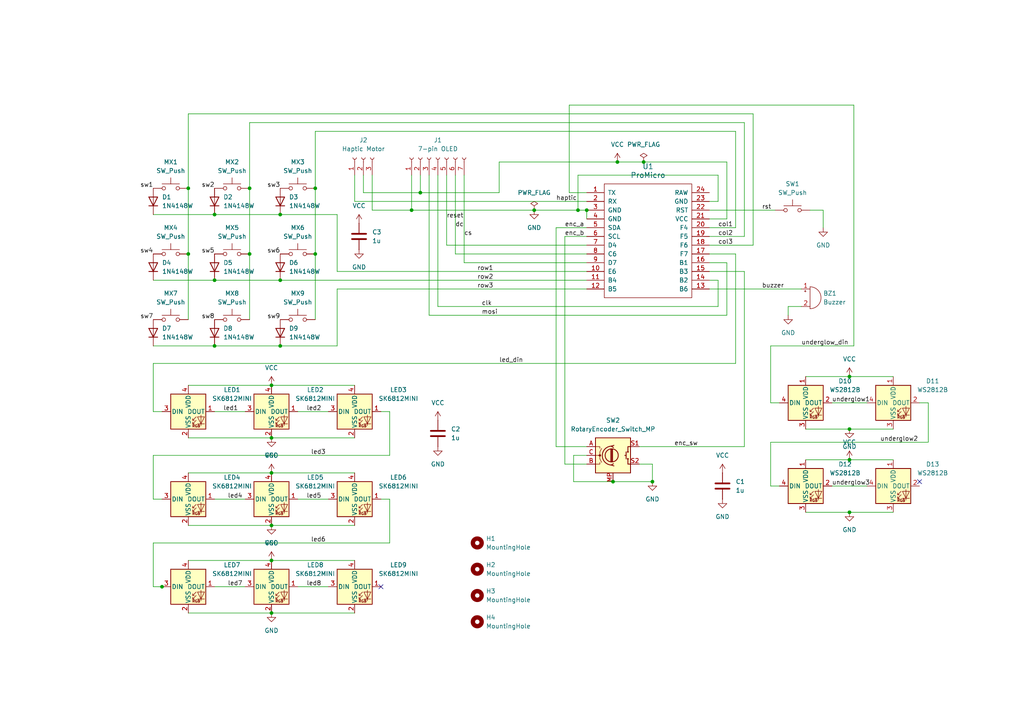
<source format=kicad_sch>
(kicad_sch (version 20231120) (generator "eeschema") (generator_version "8.0")
  (paper "A4")
  (lib_symbols
    (symbol "Connector:Conn_01x03_Socket" (pin_names (offset 1.016) hide)
      (property "Reference" "J" (at 0 5.08 0))
      (property "Value" "Conn_01x03_Socket" (at 0 -5.08 0))
      (symbol "Conn_01x03_Socket_1_1"
        (arc (start 0 -2.032) (mid -0.5058 -2.54) (end 0 -3.048) (stroke (width 0.1524)))
        (polyline (pts (xy -1.27 -2.54) (xy -0.508 -2.54)) (stroke (width 0.1524)))
        (polyline (pts (xy -1.27 0) (xy -0.508 0)) (stroke (width 0.1524)))
        (polyline (pts (xy -1.27 2.54) (xy -0.508 2.54)) (stroke (width 0.1524)))
        (arc (start 0 0.508) (mid -0.5058 0) (end 0 -0.508) (stroke (width 0.1524)))
        (arc (start 0 3.048) (mid -0.5058 2.54) (end 0 2.032) (stroke (width 0.1524)))
        (pin passive line (at -5.08 2.54 0) (length 3.81) (name "Pin_1") (number "1"))
        (pin passive line (at -5.08 0 0) (length 3.81) (name "Pin_2") (number "2"))
        (pin passive line (at -5.08 -2.54 0) (length 3.81) (name "Pin_3") (number "3"))
      )
    )
    (symbol "Connector:Conn_01x07_Socket" (pin_names (offset 1.016) hide)
      (property "Reference" "J" (at 0 10.16 0))
      (property "Value" "Conn_01x07_Socket" (at 0 -10.16 0))
      (symbol "Conn_01x07_Socket_1_1"
        (arc (start 0 -7.112) (mid -0.5058 -7.62) (end 0 -8.128) (stroke (width 0.1524)))
        (arc (start 0 -4.572) (mid -0.5058 -5.08) (end 0 -5.588) (stroke (width 0.1524)))
        (arc (start 0 -2.032) (mid -0.5058 -2.54) (end 0 -3.048) (stroke (width 0.1524)))
        (polyline (pts (xy -1.27 -7.62) (xy -0.508 -7.62)) (stroke (width 0.1524)))
        (polyline (pts (xy -1.27 -5.08) (xy -0.508 -5.08)) (stroke (width 0.1524)))
        (polyline (pts (xy -1.27 -2.54) (xy -0.508 -2.54)) (stroke (width 0.1524)))
        (polyline (pts (xy -1.27 0) (xy -0.508 0)) (stroke (width 0.1524)))
        (polyline (pts (xy -1.27 2.54) (xy -0.508 2.54)) (stroke (width 0.1524)))
        (polyline (pts (xy -1.27 5.08) (xy -0.508 5.08)) (stroke (width 0.1524)))
        (polyline (pts (xy -1.27 7.62) (xy -0.508 7.62)) (stroke (width 0.1524)))
        (arc (start 0 0.508) (mid -0.5058 0) (end 0 -0.508) (stroke (width 0.1524)))
        (arc (start 0 3.048) (mid -0.5058 2.54) (end 0 2.032) (stroke (width 0.1524)))
        (arc (start 0 5.588) (mid -0.5058 5.08) (end 0 4.572) (stroke (width 0.1524)))
        (arc (start 0 8.128) (mid -0.5058 7.62) (end 0 7.112) (stroke (width 0.1524)))
        (pin passive line (at -5.08 7.62 0) (length 3.81) (name "Pin_1") (number "1"))
        (pin passive line (at -5.08 5.08 0) (length 3.81) (name "Pin_2") (number "2"))
        (pin passive line (at -5.08 2.54 0) (length 3.81) (name "Pin_3") (number "3"))
        (pin passive line (at -5.08 0 0) (length 3.81) (name "Pin_4") (number "4"))
        (pin passive line (at -5.08 -2.54 0) (length 3.81) (name "Pin_5") (number "5"))
        (pin passive line (at -5.08 -5.08 0) (length 3.81) (name "Pin_6") (number "6"))
        (pin passive line (at -5.08 -7.62 0) (length 3.81) (name "Pin_7") (number "7"))
      )
    )
    (symbol "Device:Buzzer" (pin_names (offset 0.0254) hide)
      (property "Reference" "BZ" (at 3.81 1.27 0))
      (property "Value" "Buzzer" (at 3.81 -1.27 0))
      (symbol "Buzzer_0_1"
        (arc (start 0 -3.175) (mid 3.1612 0) (end 0 3.175))
        (polyline (pts (xy -1.651 1.905) (xy -1.143 1.905)))
        (polyline (pts (xy -1.397 2.159) (xy -1.397 1.651)))
        (polyline (pts (xy 0 3.175) (xy 0 -3.175)))
      )
      (symbol "Buzzer_1_1"
        (pin passive line (at -2.54 2.54 0) (length 2.54) (name "+") (number "1"))
        (pin passive line (at -2.54 -2.54 0) (length 2.54) (name "-") (number "2"))
      )
    )
    (symbol "Device:C" (pin_numbers hide) (pin_names (offset 0.254))
      (property "Reference" "C" (at 0.635 2.54 0))
      (property "Value" "C" (at 0.635 -2.54 0))
      (symbol "C_0_1"
        (polyline (pts (xy -2.032 -0.762) (xy 2.032 -0.762)) (stroke (width 0.508)))
        (polyline (pts (xy -2.032 0.762) (xy 2.032 0.762)) (stroke (width 0.508)))
      )
      (symbol "C_1_1"
        (pin passive line (at 0 3.81 270) (length 2.794) (name "~") (number "1"))
        (pin passive line (at 0 -3.81 90) (length 2.794) (name "~") (number "2"))
      )
    )
    (symbol "Device:RotaryEncoder_Switch_MP" (pin_names (offset 0.254) hide)
      (property "Reference" "SW" (at 0 8.89 0))
      (property "Value" "RotaryEncoder_Switch_MP" (at 0 6.35 0))
      (symbol "RotaryEncoder_Switch_MP_0_1"
        (rectangle (start -5.08 5.08) (end 5.08 -5.08) (stroke (width 0.254)) (fill (type background)))
        (circle (center -3.81 0) (radius 0.254) (fill (type outline)))
        (circle (center -0.381 0) (radius 1.905) (stroke (width 0.254)))
        (arc (start -0.381 2.667) (mid -3.0988 -0.0635) (end -0.381 -2.794) (stroke (width 0.254)))
        (polyline (pts (xy -0.635 -1.778) (xy -0.635 1.778)) (stroke (width 0.254)))
        (polyline (pts (xy -0.381 -1.778) (xy -0.381 1.778)) (stroke (width 0.254)))
        (polyline (pts (xy -0.127 1.778) (xy -0.127 -1.778)) (stroke (width 0.254)))
        (polyline (pts (xy 3.81 0) (xy 3.429 0)) (stroke (width 0.254)))
        (polyline (pts (xy 3.81 1.016) (xy 3.81 -1.016)) (stroke (width 0.254)))
        (polyline (pts (xy -5.08 -2.54) (xy -3.81 -2.54) (xy -3.81 -2.032)))
        (polyline (pts (xy -5.08 2.54) (xy -3.81 2.54) (xy -3.81 2.032)))
        (polyline (pts (xy 0.254 -3.048) (xy -0.508 -2.794) (xy 0.127 -2.413)) (stroke (width 0.254)))
        (polyline (pts (xy 0.254 2.921) (xy -0.508 2.667) (xy 0.127 2.286)) (stroke (width 0.254)))
        (polyline (pts (xy 5.08 -2.54) (xy 4.318 -2.54) (xy 4.318 -1.016)) (stroke (width 0.254)))
        (polyline (pts (xy 5.08 2.54) (xy 4.318 2.54) (xy 4.318 1.016)) (stroke (width 0.254)))
        (polyline (pts (xy -5.08 0) (xy -3.81 0) (xy -3.81 -1.016) (xy -3.302 -2.032)))
        (polyline (pts (xy -4.318 0) (xy -3.81 0) (xy -3.81 1.016) (xy -3.302 2.032)))
        (circle (center 4.318 -1.016) (radius 0.127) (stroke (width 0.254)))
        (circle (center 4.318 1.016) (radius 0.127) (stroke (width 0.254)))
      )
      (symbol "RotaryEncoder_Switch_MP_1_1"
        (pin passive line (at -7.62 2.54 0) (length 2.54) (name "A") (number "A"))
        (pin passive line (at -7.62 -2.54 0) (length 2.54) (name "B") (number "B"))
        (pin passive line (at -7.62 0 0) (length 2.54) (name "C") (number "C"))
        (pin passive line (at 0 -7.62 90) (length 2.54) (name "MP") (number "MP"))
        (pin passive line (at 7.62 2.54 180) (length 2.54) (name "S1") (number "S1"))
        (pin passive line (at 7.62 -2.54 180) (length 2.54) (name "S2") (number "S2"))
      )
    )
    (symbol "Diode:1N4148W" (pin_numbers hide) (pin_names hide)
      (property "Reference" "D" (at 0 2.54 0))
      (property "Value" "1N4148W" (at 0 -2.54 0))
      (symbol "1N4148W_0_1"
        (polyline (pts (xy -1.27 1.27) (xy -1.27 -1.27)) (stroke (width 0.254)))
        (polyline (pts (xy 1.27 0) (xy -1.27 0)))
        (polyline (pts (xy 1.27 1.27) (xy 1.27 -1.27) (xy -1.27 0) (xy 1.27 1.27)) (stroke (width 0.254)))
      )
      (symbol "1N4148W_1_1"
        (pin passive line (at -3.81 0 0) (length 2.54) (name "K") (number "1"))
        (pin passive line (at 3.81 0 180) (length 2.54) (name "A") (number "2"))
      )
    )
    (symbol "LED:SK6812MINI" (pin_names (offset 0.254))
      (property "Reference" "D" (at 5.08 5.715 0))
      (property "Value" "SK6812MINI" (at 1.27 -5.715 0))
      (symbol "SK6812MINI_0_0"
        (text "RGB" (at 2.286 -4.191 0) (effects (font (size 0.762 0.762))))
      )
      (symbol "SK6812MINI_0_1"
        (polyline (pts (xy 1.27 -3.556) (xy 1.778 -3.556)))
        (polyline (pts (xy 1.27 -2.54) (xy 1.778 -2.54)))
        (polyline (pts (xy 4.699 -3.556) (xy 2.667 -3.556)))
        (polyline (pts (xy 2.286 -2.54) (xy 1.27 -3.556) (xy 1.27 -3.048)))
        (polyline (pts (xy 2.286 -1.524) (xy 1.27 -2.54) (xy 1.27 -2.032)))
        (polyline (pts (xy 3.683 -1.016) (xy 3.683 -3.556) (xy 3.683 -4.064)))
        (polyline (pts (xy 4.699 -1.524) (xy 2.667 -1.524) (xy 3.683 -3.556) (xy 4.699 -1.524)))
        (rectangle (start 5.08 5.08) (end -5.08 -5.08) (stroke (width 0.254)) (fill (type background)))
      )
      (symbol "SK6812MINI_1_1"
        (pin output line (at 7.62 0 180) (length 2.54) (name "DOUT") (number "1"))
        (pin power_in line (at 0 -7.62 90) (length 2.54) (name "VSS") (number "2"))
        (pin input line (at -7.62 0 0) (length 2.54) (name "DIN") (number "3"))
        (pin power_in line (at 0 7.62 270) (length 2.54) (name "VDD") (number "4"))
      )
    )
    (symbol "LED:WS2812B" (pin_names (offset 0.254))
      (property "Reference" "D" (at 5.08 5.715 0))
      (property "Value" "WS2812B" (at 1.27 -5.715 0))
      (symbol "WS2812B_0_0"
        (text "RGB" (at 2.286 -4.191 0) (effects (font (size 0.762 0.762))))
      )
      (symbol "WS2812B_0_1"
        (polyline (pts (xy 1.27 -3.556) (xy 1.778 -3.556)))
        (polyline (pts (xy 1.27 -2.54) (xy 1.778 -2.54)))
        (polyline (pts (xy 4.699 -3.556) (xy 2.667 -3.556)))
        (polyline (pts (xy 2.286 -2.54) (xy 1.27 -3.556) (xy 1.27 -3.048)))
        (polyline (pts (xy 2.286 -1.524) (xy 1.27 -2.54) (xy 1.27 -2.032)))
        (polyline (pts (xy 3.683 -1.016) (xy 3.683 -3.556) (xy 3.683 -4.064)))
        (polyline (pts (xy 4.699 -1.524) (xy 2.667 -1.524) (xy 3.683 -3.556) (xy 4.699 -1.524)))
        (rectangle (start 5.08 5.08) (end -5.08 -5.08) (stroke (width 0.254)) (fill (type background)))
      )
      (symbol "WS2812B_1_1"
        (pin power_in line (at 0 7.62 270) (length 2.54) (name "VDD") (number "1"))
        (pin output line (at 7.62 0 180) (length 2.54) (name "DOUT") (number "2"))
        (pin power_in line (at 0 -7.62 90) (length 2.54) (name "VSS") (number "3"))
        (pin input line (at -7.62 0 0) (length 2.54) (name "DIN") (number "4"))
      )
    )
    (symbol "Mechanical:MountingHole" (pin_names (offset 1.016)) (exclude_from_sim yes) (in_bom no)
      (property "Reference" "H" (at 0 5.08 0))
      (property "Value" "MountingHole" (at 0 3.175 0))
      (symbol "MountingHole_0_1"
        (circle (center 0 0) (radius 1.27) (stroke (width 1.27)))
      )
    )
    (symbol "Switch:SW_Push" (pin_numbers hide) (pin_names (offset 1.016) hide)
      (property "Reference" "SW" (at 1.27 2.54 0))
      (property "Value" "SW_Push" (at 0 -1.524 0))
      (symbol "SW_Push_0_1"
        (circle (center -2.032 0) (radius 0.508))
        (polyline (pts (xy 0 1.27) (xy 0 3.048)))
        (polyline (pts (xy 2.54 1.27) (xy -2.54 1.27)))
        (circle (center 2.032 0) (radius 0.508))
        (pin passive line (at -5.08 0 0) (length 2.54) (name "1") (number "1"))
        (pin passive line (at 5.08 0 180) (length 2.54) (name "2") (number "2"))
      )
    )
    (symbol "power:GND" (power) (pin_numbers hide) (pin_names (offset 0) hide)
      (property "Value" "GND" (at 0 -3.81 0))
      (symbol "GND_0_1"
        (polyline (pts (xy 0 0) (xy 0 -1.27) (xy 1.27 -1.27) (xy 0 -2.54) (xy -1.27 -1.27) (xy 0 -1.27)))
      )
      (symbol "GND_1_1"
        (pin power_in line (at 0 0 270) (length 0) (name "~") (number "1"))
      )
    )
    (symbol "power:PWR_FLAG" (power) (pin_numbers hide) (pin_names (offset 0) hide)
      (property "Value" "PWR_FLAG" (at 0 3.81 0))
      (symbol "PWR_FLAG_0_0"
        (pin power_out line (at 0 0 90) (length 0) (name "~") (number "1"))
      )
      (symbol "PWR_FLAG_0_1"
        (polyline (pts (xy 0 0) (xy 0 1.27) (xy -1.016 1.905) (xy 0 2.54) (xy 1.016 1.905) (xy 0 1.27)))
      )
    )
    (symbol "power:VCC" (power) (pin_numbers hide) (pin_names (offset 0) hide)
      (property "Value" "VCC" (at 0 3.556 0))
      (symbol "VCC_0_1"
        (polyline (pts (xy -0.762 1.27) (xy 0 2.54)))
        (polyline (pts (xy 0 0) (xy 0 2.54)))
        (polyline (pts (xy 0 2.54) (xy 0.762 1.27)))
      )
      (symbol "VCC_1_1"
        (pin power_in line (at 0 0 90) (length 0) (name "~") (number "1"))
      )
    )
    (symbol "promicro:ProMicro" (pin_names (offset 1.016))
      (property "Reference" "U" (at 0 24.13 0))
      (property "Value" "ProMicro" (at 0 -13.97 0))
      (symbol "ProMicro_0_1"
        (rectangle (start -12.7 21.59) (end 12.7 -11.43))
      )
      (symbol "ProMicro_1_1"
        (pin bidirectional line (at -17.78 19.05 0) (length 5.08) (name "TX") (number "1"))
        (pin bidirectional line (at -17.78 -3.81 0) (length 5.08) (name "E6") (number "10"))
        (pin bidirectional line (at -17.78 -6.35 0) (length 5.08) (name "B4") (number "11"))
        (pin bidirectional line (at -17.78 -8.89 0) (length 5.08) (name "B5") (number "12"))
        (pin bidirectional line (at 17.78 -8.89 180) (length 5.08) (name "B6") (number "13"))
        (pin bidirectional line (at 17.78 -6.35 180) (length 5.08) (name "B2") (number "14"))
        (pin bidirectional line (at 17.78 -3.81 180) (length 5.08) (name "B3") (number "15"))
        (pin bidirectional line (at 17.78 -1.27 180) (length 5.08) (name "B1") (number "16"))
        (pin bidirectional line (at 17.78 1.27 180) (length 5.08) (name "F7") (number "17"))
        (pin bidirectional line (at 17.78 3.81 180) (length 5.08) (name "F6") (number "18"))
        (pin bidirectional line (at 17.78 6.35 180) (length 5.08) (name "F5") (number "19"))
        (pin bidirectional line (at -17.78 16.51 0) (length 5.08) (name "RX") (number "2"))
        (pin bidirectional line (at 17.78 8.89 180) (length 5.08) (name "F4") (number "20"))
        (pin power_in line (at 17.78 11.43 180) (length 5.08) (name "VCC") (number "21"))
        (pin input line (at 17.78 13.97 180) (length 5.08) (name "RST") (number "22"))
        (pin power_in line (at 17.78 16.51 180) (length 5.08) (name "GND") (number "23"))
        (pin power_out line (at 17.78 19.05 180) (length 5.08) (name "RAW") (number "24"))
        (pin power_in line (at -17.78 13.97 0) (length 5.08) (name "GND") (number "3"))
        (pin power_in line (at -17.78 11.43 0) (length 5.08) (name "GND") (number "4"))
        (pin bidirectional line (at -17.78 8.89 0) (length 5.08) (name "SDA") (number "5"))
        (pin bidirectional line (at -17.78 6.35 0) (length 5.08) (name "SCL") (number "6"))
        (pin bidirectional line (at -17.78 3.81 0) (length 5.08) (name "D4") (number "7"))
        (pin bidirectional line (at -17.78 1.27 0) (length 5.08) (name "C6") (number "8"))
        (pin bidirectional line (at -17.78 -1.27 0) (length 5.08) (name "D7") (number "9"))
      )
    )
  )
  (junction (at 246.38 124.46))
  (junction (at 246.38 109.22))
  (junction (at 177.8 139.7))
  (junction (at 167.64 60.96))
  (junction (at 246.38 148.59))
  (junction (at 91.44 54.61))
  (junction (at 154.94 60.96))
  (junction (at 78.74 162.56))
  (junction (at 62.23 62.23))
  (junction (at 54.61 73.66))
  (junction (at 121.92 55.88))
  (junction (at 91.44 73.66))
  (junction (at 189.23 139.7))
  (junction (at 78.74 127))
  (junction (at 246.38 133.35))
  (junction (at 186.69 46.99))
  (junction (at 78.74 177.8))
  (junction (at 46.99 170.18))
  (junction (at 72.39 73.66))
  (junction (at 179.07 46.99))
  (junction (at 72.39 54.61))
  (junction (at 81.28 100.33))
  (junction (at 119.38 60.96))
  (junction (at 62.23 100.33))
  (junction (at 54.61 54.61))
  (junction (at 81.28 62.23))
  (junction (at 78.74 152.4))
  (junction (at 81.28 81.28))
  (junction (at 62.23 81.28))
  (junction (at 170.18 60.96))
  (junction (at 78.74 111.76))
  (junction (at 78.74 137.16))
  (no_connect (at 266.7 139.7))
  (no_connect (at 110.49 170.18))
  (wire (pts (xy 132.08 73.66) (xy 170.18 73.66)))
  (wire (pts (xy 165.1 55.88) (xy 170.18 55.88)))
  (wire (pts (xy 163.83 68.58) (xy 170.18 68.58)))
  (wire (pts (xy 72.39 35.56) (xy 72.39 54.61)))
  (wire (pts (xy 107.95 60.96) (xy 119.38 60.96)))
  (wire (pts (xy 144.78 46.99) (xy 144.78 55.88)))
  (wire (pts (xy 113.03 119.38) (xy 113.03 132.08)))
  (wire (pts (xy 228.6 88.9) (xy 228.6 91.44)))
  (wire (pts (xy 121.92 50.8) (xy 121.92 55.88)))
  (wire (pts (xy 223.52 140.97) (xy 226.06 140.97)))
  (wire (pts (xy 78.74 127) (xy 102.87 127)))
  (wire (pts (xy 97.79 78.74) (xy 170.18 78.74)))
  (wire (pts (xy 129.54 71.12) (xy 170.18 71.12)))
  (wire (pts (xy 54.61 137.16) (xy 78.74 137.16)))
  (wire (pts (xy 78.74 111.76) (xy 102.87 111.76)))
  (wire (pts (xy 161.29 129.54) (xy 170.18 129.54)))
  (wire (pts (xy 223.52 100.33) (xy 247.65 100.33)))
  (wire (pts (xy 44.45 132.08) (xy 113.03 132.08)))
  (wire (pts (xy 246.38 148.59) (xy 259.08 148.59)))
  (wire (pts (xy 54.61 177.8) (xy 78.74 177.8)))
  (wire (pts (xy 81.28 62.23) (xy 97.79 62.23)))
  (wire (pts (xy 44.45 119.38) (xy 46.99 119.38)))
  (wire (pts (xy 189.23 134.62) (xy 189.23 139.7)))
  (wire (pts (xy 246.38 133.35) (xy 259.08 133.35)))
  (wire (pts (xy 44.45 81.28) (xy 62.23 81.28)))
  (wire (pts (xy 81.28 100.33) (xy 97.79 100.33)))
  (wire (pts (xy 119.38 60.96) (xy 154.94 60.96)))
  (wire (pts (xy 44.45 105.41) (xy 213.36 105.41)))
  (wire (pts (xy 228.6 88.9) (xy 232.41 88.9)))
  (wire (pts (xy 44.45 62.23) (xy 62.23 62.23)))
  (wire (pts (xy 215.9 78.74) (xy 215.9 129.54)))
  (wire (pts (xy 233.68 124.46) (xy 246.38 124.46)))
  (wire (pts (xy 134.62 76.2) (xy 170.18 76.2)))
  (wire (pts (xy 266.7 116.84) (xy 269.24 116.84)))
  (wire (pts (xy 233.68 148.59) (xy 246.38 148.59)))
  (wire (pts (xy 205.74 58.42) (xy 208.28 58.42)))
  (wire (pts (xy 44.45 132.08) (xy 44.45 144.78)))
  (wire (pts (xy 246.38 124.46) (xy 259.08 124.46)))
  (wire (pts (xy 269.24 116.84) (xy 269.24 128.27)))
  (wire (pts (xy 72.39 54.61) (xy 72.39 73.66)))
  (wire (pts (xy 210.82 76.2) (xy 210.82 91.44)))
  (wire (pts (xy 91.44 38.1) (xy 91.44 54.61)))
  (wire (pts (xy 97.79 62.23) (xy 97.79 78.74)))
  (wire (pts (xy 213.36 73.66) (xy 213.36 105.41)))
  (wire (pts (xy 62.23 170.18) (xy 71.12 170.18)))
  (wire (pts (xy 46.99 170.18) (xy 48.26 170.18)))
  (wire (pts (xy 44.45 157.48) (xy 113.03 157.48)))
  (wire (pts (xy 247.65 30.48) (xy 247.65 100.33)))
  (wire (pts (xy 62.23 81.28) (xy 81.28 81.28)))
  (wire (pts (xy 208.28 50.8) (xy 208.28 58.42)))
  (wire (pts (xy 102.87 58.42) (xy 170.18 58.42)))
  (wire (pts (xy 223.52 100.33) (xy 223.52 116.84)))
  (wire (pts (xy 91.44 54.61) (xy 91.44 73.66)))
  (wire (pts (xy 205.74 73.66) (xy 213.36 73.66)))
  (wire (pts (xy 44.45 105.41) (xy 44.45 119.38)))
  (wire (pts (xy 205.74 63.5) (xy 210.82 63.5)))
  (wire (pts (xy 167.64 50.8) (xy 208.28 50.8)))
  (wire (pts (xy 205.74 71.12) (xy 218.44 71.12)))
  (wire (pts (xy 241.3 116.84) (xy 251.46 116.84)))
  (wire (pts (xy 163.83 134.62) (xy 170.18 134.62)))
  (wire (pts (xy 62.23 100.33) (xy 81.28 100.33)))
  (wire (pts (xy 233.68 133.35) (xy 246.38 133.35)))
  (wire (pts (xy 161.29 66.04) (xy 170.18 66.04)))
  (wire (pts (xy 97.79 83.82) (xy 170.18 83.82)))
  (wire (pts (xy 72.39 35.56) (xy 215.9 35.56)))
  (wire (pts (xy 54.61 127) (xy 78.74 127)))
  (wire (pts (xy 223.52 128.27) (xy 269.24 128.27)))
  (wire (pts (xy 105.41 50.8) (xy 105.41 55.88)))
  (wire (pts (xy 119.38 50.8) (xy 119.38 60.96)))
  (wire (pts (xy 54.61 33.02) (xy 54.61 54.61)))
  (wire (pts (xy 218.44 33.02) (xy 218.44 71.12)))
  (wire (pts (xy 246.38 109.22) (xy 259.08 109.22)))
  (wire (pts (xy 62.23 144.78) (xy 71.12 144.78)))
  (wire (pts (xy 166.37 132.08) (xy 170.18 132.08)))
  (wire (pts (xy 91.44 73.66) (xy 91.44 92.71)))
  (wire (pts (xy 54.61 152.4) (xy 78.74 152.4)))
  (wire (pts (xy 208.28 81.28) (xy 208.28 88.9)))
  (wire (pts (xy 154.94 60.96) (xy 167.64 60.96)))
  (wire (pts (xy 86.36 144.78) (xy 95.25 144.78)))
  (wire (pts (xy 81.28 81.28) (xy 170.18 81.28)))
  (wire (pts (xy 72.39 73.66) (xy 72.39 92.71)))
  (wire (pts (xy 86.36 170.18) (xy 95.25 170.18)))
  (wire (pts (xy 205.74 76.2) (xy 210.82 76.2)))
  (wire (pts (xy 161.29 66.04) (xy 161.29 129.54)))
  (wire (pts (xy 121.92 55.88) (xy 144.78 55.88)))
  (wire (pts (xy 166.37 139.7) (xy 177.8 139.7)))
  (wire (pts (xy 124.46 91.44) (xy 210.82 91.44)))
  (wire (pts (xy 78.74 162.56) (xy 102.87 162.56)))
  (wire (pts (xy 223.52 116.84) (xy 226.06 116.84)))
  (wire (pts (xy 129.54 50.8) (xy 129.54 71.12)))
  (wire (pts (xy 105.41 55.88) (xy 121.92 55.88)))
  (wire (pts (xy 134.62 50.8) (xy 134.62 76.2)))
  (wire (pts (xy 127 50.8) (xy 127 88.9)))
  (wire (pts (xy 113.03 144.78) (xy 113.03 157.48)))
  (wire (pts (xy 205.74 68.58) (xy 215.9 68.58)))
  (wire (pts (xy 132.08 50.8) (xy 132.08 73.66)))
  (wire (pts (xy 210.82 46.99) (xy 210.82 63.5)))
  (wire (pts (xy 233.68 109.22) (xy 246.38 109.22)))
  (wire (pts (xy 97.79 83.82) (xy 97.79 100.33)))
  (wire (pts (xy 215.9 35.56) (xy 215.9 68.58)))
  (wire (pts (xy 205.74 60.96) (xy 224.79 60.96)))
  (wire (pts (xy 213.36 38.1) (xy 213.36 66.04)))
  (wire (pts (xy 205.74 83.82) (xy 232.41 83.82)))
  (wire (pts (xy 179.07 46.99) (xy 186.69 46.99)))
  (wire (pts (xy 186.69 46.99) (xy 210.82 46.99)))
  (wire (pts (xy 78.74 177.8) (xy 102.87 177.8)))
  (wire (pts (xy 205.74 81.28) (xy 208.28 81.28)))
  (wire (pts (xy 91.44 38.1) (xy 213.36 38.1)))
  (wire (pts (xy 165.1 30.48) (xy 247.65 30.48)))
  (wire (pts (xy 107.95 50.8) (xy 107.95 60.96)))
  (wire (pts (xy 205.74 78.74) (xy 215.9 78.74)))
  (wire (pts (xy 110.49 144.78) (xy 113.03 144.78)))
  (wire (pts (xy 54.61 54.61) (xy 54.61 73.66)))
  (wire (pts (xy 124.46 50.8) (xy 124.46 91.44)))
  (wire (pts (xy 167.64 60.96) (xy 170.18 60.96)))
  (wire (pts (xy 205.74 66.04) (xy 213.36 66.04)))
  (wire (pts (xy 44.45 157.48) (xy 44.45 170.18)))
  (wire (pts (xy 165.1 30.48) (xy 165.1 55.88)))
  (wire (pts (xy 223.52 128.27) (xy 223.52 140.97)))
  (wire (pts (xy 127 88.9) (xy 208.28 88.9)))
  (wire (pts (xy 177.8 139.7) (xy 189.23 139.7)))
  (wire (pts (xy 110.49 119.38) (xy 113.03 119.38)))
  (wire (pts (xy 54.61 73.66) (xy 54.61 92.71)))
  (wire (pts (xy 44.45 170.18) (xy 46.99 170.18)))
  (wire (pts (xy 163.83 68.58) (xy 163.83 134.62)))
  (wire (pts (xy 44.45 100.33) (xy 62.23 100.33)))
  (wire (pts (xy 241.3 140.97) (xy 251.46 140.97)))
  (wire (pts (xy 62.23 119.38) (xy 71.12 119.38)))
  (wire (pts (xy 78.74 152.4) (xy 102.87 152.4)))
  (wire (pts (xy 170.18 60.96) (xy 170.18 63.5)))
  (wire (pts (xy 54.61 162.56) (xy 78.74 162.56)))
  (wire (pts (xy 78.74 137.16) (xy 102.87 137.16)))
  (wire (pts (xy 185.42 134.62) (xy 189.23 134.62)))
  (wire (pts (xy 167.64 50.8) (xy 167.64 60.96)))
  (wire (pts (xy 144.78 46.99) (xy 179.07 46.99)))
  (wire (pts (xy 238.76 60.96) (xy 234.95 60.96)))
  (wire (pts (xy 54.61 111.76) (xy 78.74 111.76)))
  (wire (pts (xy 86.36 119.38) (xy 95.25 119.38)))
  (wire (pts (xy 62.23 62.23) (xy 81.28 62.23)))
  (wire (pts (xy 185.42 129.54) (xy 215.9 129.54)))
  (wire (pts (xy 44.45 144.78) (xy 46.99 144.78)))
  (wire (pts (xy 238.76 66.04) (xy 238.76 60.96)))
  (wire (pts (xy 102.87 50.8) (xy 102.87 58.42)))
  (wire (pts (xy 166.37 132.08) (xy 166.37 139.7)))
  (wire (pts (xy 54.61 33.02) (xy 218.44 33.02)))
  (label "led4" (at 66.04 144.78 0))
  (label "reset" (at 129.54 63.5 0))
  (label "sw5" (at 62.23 73.66 180))
  (label "led8" (at 88.9 170.18 0))
  (label "dc" (at 132.08 66.04 0))
  (label "sw4" (at 44.45 73.66 180))
  (label "cs" (at 134.62 68.58 0))
  (label "led_din" (at 144.78 105.41 0))
  (label "led3" (at 90.17 132.08 0))
  (label "row2" (at 138.43 81.28 0))
  (label "underglow3" (at 241.3 140.97 0))
  (label "enc_b" (at 163.83 68.58 0))
  (label "led7" (at 66.04 170.18 0))
  (label "row3" (at 138.43 83.82 0))
  (label "sw6" (at 81.28 73.66 180))
  (label "underglow2" (at 255.27 128.27 0))
  (label "sw3" (at 81.28 54.61 180))
  (label "row1" (at 138.43 78.74 0))
  (label "sw1" (at 44.45 54.61 180))
  (label "enc_a" (at 163.83 66.04 0))
  (label "underglow1" (at 241.3 116.84 0))
  (label "sw9" (at 81.28 92.71 180))
  (label "col2" (at 208.28 68.58 0))
  (label "col1" (at 208.28 66.04 0))
  (label "enc_sw" (at 195.58 129.54 0))
  (label "led2" (at 88.9 119.38 0))
  (label "led6" (at 90.17 157.48 0))
  (label "sw2" (at 62.23 54.61 180))
  (label "buzzer" (at 220.98 83.82 0))
  (label "sw7" (at 44.45 92.71 180))
  (label "sw8" (at 62.23 92.71 180))
  (label "led5" (at 88.9 144.78 0))
  (label "haptic" (at 161.29 58.42 0))
  (label "col3" (at 208.28 71.12 0))
  (label "rst" (at 220.98 60.96 0))
  (label "underglow_din" (at 232.41 100.33 0))
  (label "mosi" (at 139.7 91.44 0))
  (label "clk" (at 139.7 88.9 0))
  (label "led1" (at 64.77 119.38 0))
  (symbol (lib_id "Diode:1N4148W") (at 44.45 58.42 90) (unit 1)
    (property "Reference" "D1" (at 46.99 57.1499 90) (effects (justify right)))
    (property "Value" "1N4148W" (at 46.99 59.6899 90) (effects (justify right)))
    (property "Footprint" "Diode_SMD:D_SOD-123" (effects (hide yes)))
    (property "Datasheet" "https://www.vishay.com/docs/85748/1n4148w.pdf" (effects (hide yes)))
    (property "Description" "75V 0.15A Fast Switching Diode, SOD-123" (effects (hide yes)))
    (property "Sim.Device" "D" (effects (hide yes)))
    (property "Sim.Pins" "1=K 2=A" (effects (hide yes)))
  )
  (symbol (lib_id "power:GND") (at 78.74 127 0) (unit 1)
    (property "Reference" "#PWR07" (effects (hide yes)))
    (property "Value" "GND" (at 78.74 132.08 0))
    (property "Description" "Power symbol creates a global label with name \"GND\" , ground" (effects (hide yes)))
  )
  (symbol (lib_id "power:GND") (at 104.14 72.39 0) (unit 1)
    (property "Reference" "#PWR021" (effects (hide yes)))
    (property "Value" "GND" (at 104.14 77.47 0))
    (property "Description" "Power symbol creates a global label with name \"GND\" , ground" (effects (hide yes)))
  )
  (symbol (lib_id "LED:WS2812B") (at 259.08 116.84 0) (unit 1)
    (property "Reference" "D11" (at 270.51 110.5214 0))
    (property "Value" "WS2812B" (at 270.51 113.0614 0))
    (property "Footprint" "LED_SMD:LED_WS2812B_PLCC4_5.0x5.0mm_P3.2mm" (effects (hide yes)))
    (property "Datasheet" "https://cdn-shop.adafruit.com/datasheets/WS2812B.pdf" (effects (hide yes)))
    (property "Description" "RGB LED with integrated controller" (effects (hide yes)))
  )
  (symbol (lib_id "power:GND") (at 246.38 124.46 0) (unit 1)
    (property "Reference" "#PWR013" (effects (hide yes)))
    (property "Value" "GND" (at 246.38 129.54 0))
    (property "Description" "Power symbol creates a global label with name \"GND\" , ground" (effects (hide yes)))
  )
  (symbol (lib_id "Switch:SW_Push") (at 86.36 54.61 0) (unit 1)
    (property "Reference" "MX3" (at 86.36 46.99 0))
    (property "Value" "SW_Push" (at 86.36 49.53 0))
    (property "Footprint" "PCM_Switch_Keyboard_Hotswap_Kailh:SW_Hotswap_Kailh_MX_Plated_1.00u" (effects (hide yes)))
    (property "Description" "Push button switch, generic, two pins" (effects (hide yes)))
  )
  (symbol (lib_id "Diode:1N4148W") (at 62.23 58.42 90) (unit 1)
    (property "Reference" "D2" (at 64.77 57.1499 90) (effects (justify right)))
    (property "Value" "1N4148W" (at 64.77 59.6899 90) (effects (justify right)))
    (property "Footprint" "Diode_SMD:D_SOD-123" (effects (hide yes)))
    (property "Datasheet" "https://www.vishay.com/docs/85748/1n4148w.pdf" (effects (hide yes)))
    (property "Description" "75V 0.15A Fast Switching Diode, SOD-123" (effects (hide yes)))
    (property "Sim.Device" "D" (effects (hide yes)))
    (property "Sim.Pins" "1=K 2=A" (effects (hide yes)))
  )
  (symbol (lib_id "power:GND") (at 78.74 152.4 0) (unit 1)
    (property "Reference" "#PWR08" (effects (hide yes)))
    (property "Value" "GND" (at 78.74 157.48 0))
    (property "Description" "Power symbol creates a global label with name \"GND\" , ground" (effects (hide yes)))
  )
  (symbol (lib_id "LED:SK6812MINI") (at 102.87 144.78 0) (unit 1)
    (property "Reference" "LED6" (at 115.57 138.4614 0))
    (property "Value" "SK6812MINI" (at 115.57 141.0014 0))
    (property "Footprint" "promicro:MX_SK6812MINI-E_REV" (effects (hide yes)))
    (property "Datasheet" "https://cdn-shop.adafruit.com/product-files/2686/SK6812MINI_REV.01-1-2.pdf" (effects (hide yes)))
    (property "Description" "RGB LED with integrated controller" (effects (hide yes)))
  )
  (symbol (lib_id "Device:C") (at 209.55 140.97 0) (unit 1)
    (property "Reference" "C1" (at 213.36 139.6999 0) (effects (justify left)))
    (property "Value" "1u" (at 213.36 142.2399 0) (effects (justify left)))
    (property "Footprint" "Capacitor_SMD:C_1206_3216Metric" (effects (hide yes)))
    (property "Description" "Unpolarized capacitor" (effects (hide yes)))
  )
  (symbol (lib_id "Device:Buzzer") (at 234.95 86.36 0) (unit 1)
    (property "Reference" "BZ1" (at 238.76 85.0899 0) (effects (justify left)))
    (property "Value" "Buzzer" (at 238.76 87.6299 0) (effects (justify left)))
    (property "Footprint" "Buzzer_Beeper:Buzzer_12x9.5RM7.6" (effects (hide yes)))
    (property "Description" "Buzzer, polarized" (effects (hide yes)))
  )
  (symbol (lib_id "Diode:1N4148W") (at 81.28 77.47 90) (unit 1)
    (property "Reference" "D6" (at 83.82 76.1999 90) (effects (justify right)))
    (property "Value" "1N4148W" (at 83.82 78.7399 90) (effects (justify right)))
    (property "Footprint" "Diode_SMD:D_SOD-123" (effects (hide yes)))
    (property "Datasheet" "https://www.vishay.com/docs/85748/1n4148w.pdf" (effects (hide yes)))
    (property "Description" "75V 0.15A Fast Switching Diode, SOD-123" (effects (hide yes)))
    (property "Sim.Device" "D" (effects (hide yes)))
    (property "Sim.Pins" "1=K 2=A" (effects (hide yes)))
  )
  (symbol (lib_id "power:VCC") (at 78.74 111.76 0) (unit 1)
    (property "Reference" "#PWR04" (effects (hide yes)))
    (property "Value" "VCC" (at 78.74 106.68 0))
    (property "Description" "Power symbol creates a global label with name \"VCC\"" (effects (hide yes)))
  )
  (symbol (lib_id "Diode:1N4148W") (at 44.45 96.52 90) (unit 1)
    (property "Reference" "D7" (at 46.99 95.2499 90) (effects (justify right)))
    (property "Value" "1N4148W" (at 46.99 97.7899 90) (effects (justify right)))
    (property "Footprint" "Diode_SMD:D_SOD-123" (effects (hide yes)))
    (property "Datasheet" "https://www.vishay.com/docs/85748/1n4148w.pdf" (effects (hide yes)))
    (property "Description" "75V 0.15A Fast Switching Diode, SOD-123" (effects (hide yes)))
    (property "Sim.Device" "D" (effects (hide yes)))
    (property "Sim.Pins" "1=K 2=A" (effects (hide yes)))
  )
  (symbol (lib_id "Mechanical:MountingHole") (at 138.43 165.1 0) (unit 1) (exclude_from_sim yes) (in_bom no)
    (property "Reference" "H2" (at 140.97 163.8299 0) (effects (justify left)))
    (property "Value" "MountingHole" (at 140.97 166.3699 0) (effects (justify left)))
    (property "Footprint" "MountingHole:MountingHole_3.2mm_M3" (effects (hide yes)))
    (property "Description" "Mounting Hole without connection" (effects (hide yes)))
  )
  (symbol (lib_id "power:GND") (at 246.38 148.59 0) (unit 1)
    (property "Reference" "#PWR012" (effects (hide yes)))
    (property "Value" "GND" (at 246.38 153.67 0))
    (property "Description" "Power symbol creates a global label with name \"GND\" , ground" (effects (hide yes)))
  )
  (symbol (lib_id "power:VCC") (at 78.74 137.16 0) (unit 1)
    (property "Reference" "#PWR05" (effects (hide yes)))
    (property "Value" "VCC" (at 78.74 132.08 0))
    (property "Description" "Power symbol creates a global label with name \"VCC\"" (effects (hide yes)))
  )
  (symbol (lib_id "power:GND") (at 127 129.54 0) (unit 1)
    (property "Reference" "#PWR019" (effects (hide yes)))
    (property "Value" "GND" (at 127 134.62 0))
    (property "Description" "Power symbol creates a global label with name \"GND\" , ground" (effects (hide yes)))
  )
  (symbol (lib_id "LED:WS2812B") (at 259.08 140.97 0) (unit 1)
    (property "Reference" "D13" (at 270.51 134.6514 0))
    (property "Value" "WS2812B" (at 270.51 137.1914 0))
    (property "Footprint" "LED_SMD:LED_WS2812B_PLCC4_5.0x5.0mm_P3.2mm" (effects (hide yes)))
    (property "Datasheet" "https://cdn-shop.adafruit.com/datasheets/WS2812B.pdf" (effects (hide yes)))
    (property "Description" "RGB LED with integrated controller" (effects (hide yes)))
  )
  (symbol (lib_id "LED:SK6812MINI") (at 54.61 144.78 0) (unit 1)
    (property "Reference" "LED4" (at 67.31 138.4614 0))
    (property "Value" "SK6812MINI" (at 67.31 141.0014 0))
    (property "Footprint" "promicro:MX_SK6812MINI-E_REV" (effects (hide yes)))
    (property "Datasheet" "https://cdn-shop.adafruit.com/product-files/2686/SK6812MINI_REV.01-1-2.pdf" (effects (hide yes)))
    (property "Description" "RGB LED with integrated controller" (effects (hide yes)))
  )
  (symbol (lib_id "Diode:1N4148W") (at 62.23 96.52 90) (unit 1)
    (property "Reference" "D8" (at 64.77 95.2499 90) (effects (justify right)))
    (property "Value" "1N4148W" (at 64.77 97.7899 90) (effects (justify right)))
    (property "Footprint" "Diode_SMD:D_SOD-123" (effects (hide yes)))
    (property "Datasheet" "https://www.vishay.com/docs/85748/1n4148w.pdf" (effects (hide yes)))
    (property "Description" "75V 0.15A Fast Switching Diode, SOD-123" (effects (hide yes)))
    (property "Sim.Device" "D" (effects (hide yes)))
    (property "Sim.Pins" "1=K 2=A" (effects (hide yes)))
  )
  (symbol (lib_id "Connector:Conn_01x03_Socket") (at 105.41 45.72 90) (unit 1)
    (property "Reference" "J2" (at 105.41 40.64 90))
    (property "Value" "Haptic Motor" (at 105.41 43.18 90))
    (property "Footprint" "Connector_PinSocket_2.54mm:PinSocket_1x03_P2.54mm_Vertical" (effects (hide yes)))
    (property "Description" "Generic connector, single row, 01x03, script generated" (effects (hide yes)))
  )
  (symbol (lib_id "Switch:SW_Push") (at 86.36 92.71 0) (unit 1)
    (property "Reference" "MX9" (at 86.36 85.09 0))
    (property "Value" "SW_Push" (at 86.36 87.63 0))
    (property "Footprint" "PCM_Switch_Keyboard_Hotswap_Kailh:SW_Hotswap_Kailh_MX_Plated_1.00u" (effects (hide yes)))
    (property "Description" "Push button switch, generic, two pins" (effects (hide yes)))
  )
  (symbol (lib_id "LED:SK6812MINI") (at 102.87 170.18 0) (unit 1)
    (property "Reference" "LED9" (at 115.57 163.8614 0))
    (property "Value" "SK6812MINI" (at 115.57 166.4014 0))
    (property "Footprint" "promicro:MX_SK6812MINI-E_REV" (effects (hide yes)))
    (property "Datasheet" "https://cdn-shop.adafruit.com/product-files/2686/SK6812MINI_REV.01-1-2.pdf" (effects (hide yes)))
    (property "Description" "RGB LED with integrated controller" (effects (hide yes)))
  )
  (symbol (lib_id "power:VCC") (at 246.38 133.35 0) (unit 1)
    (property "Reference" "#PWR015" (effects (hide yes)))
    (property "Value" "VCC" (at 246.38 128.27 0))
    (property "Description" "Power symbol creates a global label with name \"VCC\"" (effects (hide yes)))
  )
  (symbol (lib_id "power:VCC") (at 127 121.92 0) (unit 1)
    (property "Reference" "#PWR018" (effects (hide yes)))
    (property "Value" "VCC" (at 127 116.84 0))
    (property "Description" "Power symbol creates a global label with name \"VCC\"" (effects (hide yes)))
  )
  (symbol (lib_id "power:GND") (at 209.55 144.78 0) (unit 1)
    (property "Reference" "#PWR017" (effects (hide yes)))
    (property "Value" "GND" (at 209.55 149.86 0))
    (property "Description" "Power symbol creates a global label with name \"GND\" , ground" (effects (hide yes)))
  )
  (symbol (lib_id "Switch:SW_Push") (at 229.87 60.96 0) (unit 1)
    (property "Reference" "SW1" (at 229.87 53.34 0))
    (property "Value" "SW_Push" (at 229.87 55.88 0))
    (property "Footprint" "Button_Switch_SMD:SW_SPST_FSMSM" (effects (hide yes)))
    (property "Description" "Push button switch, generic, two pins" (effects (hide yes)))
  )
  (symbol (lib_id "power:VCC") (at 104.14 64.77 0) (unit 1)
    (property "Reference" "#PWR020" (effects (hide yes)))
    (property "Value" "VCC" (at 104.14 59.69 0))
    (property "Description" "Power symbol creates a global label with name \"VCC\"" (effects (hide yes)))
  )
  (symbol (lib_id "power:GND") (at 154.94 60.96 0) (unit 1)
    (property "Reference" "#PWR01" (effects (hide yes)))
    (property "Value" "GND" (at 154.94 66.04 0))
    (property "Description" "Power symbol creates a global label with name \"GND\" , ground" (effects (hide yes)))
  )
  (symbol (lib_id "LED:WS2812B") (at 233.68 116.84 0) (unit 1)
    (property "Reference" "D10" (at 245.11 110.5214 0))
    (property "Value" "WS2812B" (at 245.11 113.0614 0))
    (property "Footprint" "LED_SMD:LED_WS2812B_PLCC4_5.0x5.0mm_P3.2mm" (effects (hide yes)))
    (property "Datasheet" "https://cdn-shop.adafruit.com/datasheets/WS2812B.pdf" (effects (hide yes)))
    (property "Description" "RGB LED with integrated controller" (effects (hide yes)))
  )
  (symbol (lib_id "LED:SK6812MINI") (at 102.87 119.38 0) (unit 1)
    (property "Reference" "LED3" (at 115.57 113.0614 0))
    (property "Value" "SK6812MINI" (at 115.57 115.6014 0))
    (property "Footprint" "promicro:MX_SK6812MINI-E_REV" (effects (hide yes)))
    (property "Datasheet" "https://cdn-shop.adafruit.com/product-files/2686/SK6812MINI_REV.01-1-2.pdf" (effects (hide yes)))
    (property "Description" "RGB LED with integrated controller" (effects (hide yes)))
  )
  (symbol (lib_id "Diode:1N4148W") (at 62.23 77.47 90) (unit 1)
    (property "Reference" "D5" (at 64.77 76.1999 90) (effects (justify right)))
    (property "Value" "1N4148W" (at 64.77 78.7399 90) (effects (justify right)))
    (property "Footprint" "Diode_SMD:D_SOD-123" (effects (hide yes)))
    (property "Datasheet" "https://www.vishay.com/docs/85748/1n4148w.pdf" (effects (hide yes)))
    (property "Description" "75V 0.15A Fast Switching Diode, SOD-123" (effects (hide yes)))
    (property "Sim.Device" "D" (effects (hide yes)))
    (property "Sim.Pins" "1=K 2=A" (effects (hide yes)))
  )
  (symbol (lib_id "LED:SK6812MINI") (at 78.74 144.78 0) (unit 1)
    (property "Reference" "LED5" (at 91.44 138.4614 0))
    (property "Value" "SK6812MINI" (at 91.44 141.0014 0))
    (property "Footprint" "promicro:MX_SK6812MINI-E_REV" (effects (hide yes)))
    (property "Datasheet" "https://cdn-shop.adafruit.com/product-files/2686/SK6812MINI_REV.01-1-2.pdf" (effects (hide yes)))
    (property "Description" "RGB LED with integrated controller" (effects (hide yes)))
  )
  (symbol (lib_id "Device:C") (at 104.14 68.58 0) (unit 1)
    (property "Reference" "C3" (at 107.95 67.3099 0) (effects (justify left)))
    (property "Value" "1u" (at 107.95 69.8499 0) (effects (justify left)))
    (property "Footprint" "Capacitor_SMD:C_1206_3216Metric" (effects (hide yes)))
    (property "Description" "Unpolarized capacitor" (effects (hide yes)))
  )
  (symbol (lib_id "LED:WS2812B") (at 233.68 140.97 0) (unit 1)
    (property "Reference" "D12" (at 245.11 134.6514 0))
    (property "Value" "WS2812B" (at 245.11 137.1914 0))
    (property "Footprint" "LED_SMD:LED_WS2812B_PLCC4_5.0x5.0mm_P3.2mm" (effects (hide yes)))
    (property "Datasheet" "https://cdn-shop.adafruit.com/datasheets/WS2812B.pdf" (effects (hide yes)))
    (property "Description" "RGB LED with integrated controller" (effects (hide yes)))
  )
  (symbol (lib_id "power:PWR_FLAG") (at 154.94 60.96 0) (unit 1)
    (property "Reference" "#FLG02" (effects (hide yes)))
    (property "Value" "PWR_FLAG" (at 154.94 55.88 0))
    (property "Description" "Special symbol for telling ERC where power comes from" (effects (hide yes)))
  )
  (symbol (lib_id "Switch:SW_Push") (at 67.31 73.66 0) (unit 1)
    (property "Reference" "MX5" (at 67.31 66.04 0))
    (property "Value" "SW_Push" (at 67.31 68.58 0))
    (property "Footprint" "PCM_Switch_Keyboard_Hotswap_Kailh:SW_Hotswap_Kailh_MX_Plated_1.00u" (effects (hide yes)))
    (property "Description" "Push button switch, generic, two pins" (effects (hide yes)))
  )
  (symbol (lib_id "LED:SK6812MINI") (at 54.61 170.18 0) (unit 1)
    (property "Reference" "LED7" (at 67.31 163.8614 0))
    (property "Value" "SK6812MINI" (at 67.31 166.4014 0))
    (property "Footprint" "promicro:MX_SK6812MINI-E_REV" (effects (hide yes)))
    (property "Datasheet" "https://cdn-shop.adafruit.com/product-files/2686/SK6812MINI_REV.01-1-2.pdf" (effects (hide yes)))
    (property "Description" "RGB LED with integrated controller" (effects (hide yes)))
  )
  (symbol (lib_id "Mechanical:MountingHole") (at 138.43 172.72 0) (unit 1) (exclude_from_sim yes) (in_bom no)
    (property "Reference" "H3" (at 140.97 171.4499 0) (effects (justify left)))
    (property "Value" "MountingHole" (at 140.97 173.9899 0) (effects (justify left)))
    (property "Footprint" "MountingHole:MountingHole_3.2mm_M3" (effects (hide yes)))
    (property "Description" "Mounting Hole without connection" (effects (hide yes)))
  )
  (symbol (lib_id "power:GND") (at 189.23 139.7 0) (unit 1)
    (property "Reference" "#PWR011" (effects (hide yes)))
    (property "Value" "GND" (at 189.23 144.78 0))
    (property "Description" "Power symbol creates a global label with name \"GND\" , ground" (effects (hide yes)))
  )
  (symbol (lib_id "Diode:1N4148W") (at 81.28 58.42 90) (unit 1)
    (property "Reference" "D3" (at 83.82 57.1499 90) (effects (justify right)))
    (property "Value" "1N4148W" (at 83.82 59.6899 90) (effects (justify right)))
    (property "Footprint" "Diode_SMD:D_SOD-123" (effects (hide yes)))
    (property "Datasheet" "https://www.vishay.com/docs/85748/1n4148w.pdf" (effects (hide yes)))
    (property "Description" "75V 0.15A Fast Switching Diode, SOD-123" (effects (hide yes)))
    (property "Sim.Device" "D" (effects (hide yes)))
    (property "Sim.Pins" "1=K 2=A" (effects (hide yes)))
  )
  (symbol (lib_id "Mechanical:MountingHole") (at 138.43 157.48 0) (unit 1) (exclude_from_sim yes) (in_bom no)
    (property "Reference" "H1" (at 140.97 156.2099 0) (effects (justify left)))
    (property "Value" "MountingHole" (at 140.97 158.7499 0) (effects (justify left)))
    (property "Footprint" "MountingHole:MountingHole_3.2mm_M3" (effects (hide yes)))
    (property "Description" "Mounting Hole without connection" (effects (hide yes)))
  )
  (symbol (lib_id "Diode:1N4148W") (at 44.45 77.47 90) (unit 1)
    (property "Reference" "D4" (at 46.99 76.1999 90) (effects (justify right)))
    (property "Value" "1N4148W" (at 46.99 78.7399 90) (effects (justify right)))
    (property "Footprint" "Diode_SMD:D_SOD-123" (effects (hide yes)))
    (property "Datasheet" "https://www.vishay.com/docs/85748/1n4148w.pdf" (effects (hide yes)))
    (property "Description" "75V 0.15A Fast Switching Diode, SOD-123" (effects (hide yes)))
    (property "Sim.Device" "D" (effects (hide yes)))
    (property "Sim.Pins" "1=K 2=A" (effects (hide yes)))
  )
  (symbol (lib_id "promicro:ProMicro") (at 187.96 74.93 0) (unit 1)
    (property "Reference" "U1" (at 187.96 48.26 0) (effects (font (size 1.524 1.524))))
    (property "Value" "ProMicro" (at 187.96 50.8 0) (effects (font (size 1.524 1.524))))
    (property "Footprint" "promicro:ProMicro-NoSilk" (effects (hide yes)))
  )
  (symbol (lib_id "power:GND") (at 238.76 66.04 0) (unit 1)
    (property "Reference" "#PWR010" (effects (hide yes)))
    (property "Value" "GND" (at 238.76 71.12 0))
    (property "Description" "Power symbol creates a global label with name \"GND\" , ground" (effects (hide yes)))
  )
  (symbol (lib_id "Switch:SW_Push") (at 49.53 54.61 0) (unit 1)
    (property "Reference" "MX1" (at 49.53 46.99 0))
    (property "Value" "SW_Push" (at 49.53 49.53 0))
    (property "Footprint" "PCM_Switch_Keyboard_Hotswap_Kailh:SW_Hotswap_Kailh_MX_Plated_1.00u" (effects (hide yes)))
    (property "Description" "Push button switch, generic, two pins" (effects (hide yes)))
  )
  (symbol (lib_id "power:VCC") (at 78.74 162.56 0) (unit 1)
    (property "Reference" "#PWR06" (effects (hide yes)))
    (property "Value" "VCC" (at 78.74 157.48 0))
    (property "Description" "Power symbol creates a global label with name \"VCC\"" (effects (hide yes)))
  )
  (symbol (lib_id "LED:SK6812MINI") (at 78.74 170.18 0) (unit 1)
    (property "Reference" "LED8" (at 91.44 163.8614 0))
    (property "Value" "SK6812MINI" (at 91.44 166.4014 0))
    (property "Footprint" "promicro:MX_SK6812MINI-E_REV" (effects (hide yes)))
    (property "Datasheet" "https://cdn-shop.adafruit.com/product-files/2686/SK6812MINI_REV.01-1-2.pdf" (effects (hide yes)))
    (property "Description" "RGB LED with integrated controller" (effects (hide yes)))
  )
  (symbol (lib_id "LED:SK6812MINI") (at 54.61 119.38 0) (unit 1)
    (property "Reference" "LED1" (at 67.31 113.0614 0))
    (property "Value" "SK6812MINI" (at 67.31 115.6014 0))
    (property "Footprint" "promicro:MX_SK6812MINI-E_REV" (effects (hide yes)))
    (property "Datasheet" "https://cdn-shop.adafruit.com/product-files/2686/SK6812MINI_REV.01-1-2.pdf" (effects (hide yes)))
    (property "Description" "RGB LED with integrated controller" (effects (hide yes)))
  )
  (symbol (lib_id "Connector:Conn_01x07_Socket") (at 127 45.72 90) (unit 1)
    (property "Reference" "J1" (at 127 40.64 90))
    (property "Value" "7-pin OLED" (at 127 43.18 90))
    (property "Footprint" "Connector_PinSocket_2.54mm:PinSocket_1x07_P2.54mm_Vertical" (effects (hide yes)))
    (property "Description" "Generic connector, single row, 01x07, script generated" (effects (hide yes)))
  )
  (symbol (lib_id "Switch:SW_Push") (at 49.53 92.71 0) (unit 1)
    (property "Reference" "MX7" (at 49.53 85.09 0))
    (property "Value" "SW_Push" (at 49.53 87.63 0))
    (property "Footprint" "PCM_Switch_Keyboard_Hotswap_Kailh:SW_Hotswap_Kailh_MX_Plated_1.00u" (effects (hide yes)))
    (property "Description" "Push button switch, generic, two pins" (effects (hide yes)))
  )
  (symbol (lib_id "power:VCC") (at 246.38 109.22 0) (unit 1)
    (property "Reference" "#PWR014" (effects (hide yes)))
    (property "Value" "VCC" (at 246.38 104.14 0))
    (property "Description" "Power symbol creates a global label with name \"VCC\"" (effects (hide yes)))
  )
  (symbol (lib_id "power:VCC") (at 209.55 137.16 0) (unit 1)
    (property "Reference" "#PWR016" (effects (hide yes)))
    (property "Value" "VCC" (at 209.55 132.08 0))
    (property "Description" "Power symbol creates a global label with name \"VCC\"" (effects (hide yes)))
  )
  (symbol (lib_id "power:VCC") (at 179.07 46.99 0) (unit 1)
    (property "Reference" "#PWR02" (effects (hide yes)))
    (property "Value" "VCC" (at 179.07 41.91 0))
    (property "Description" "Power symbol creates a global label with name \"VCC\"" (effects (hide yes)))
  )
  (symbol (lib_id "power:GND") (at 228.6 91.44 0) (unit 1)
    (property "Reference" "#PWR03" (effects (hide yes)))
    (property "Value" "GND" (at 228.6 96.52 0))
    (property "Description" "Power symbol creates a global label with name \"GND\" , ground" (effects (hide yes)))
  )
  (symbol (lib_id "Diode:1N4148W") (at 81.28 96.52 90) (unit 1)
    (property "Reference" "D9" (at 83.82 95.2499 90) (effects (justify right)))
    (property "Value" "1N4148W" (at 83.82 97.7899 90) (effects (justify right)))
    (property "Footprint" "Diode_SMD:D_SOD-123" (effects (hide yes)))
    (property "Datasheet" "https://www.vishay.com/docs/85748/1n4148w.pdf" (effects (hide yes)))
    (property "Description" "75V 0.15A Fast Switching Diode, SOD-123" (effects (hide yes)))
    (property "Sim.Device" "D" (effects (hide yes)))
    (property "Sim.Pins" "1=K 2=A" (effects (hide yes)))
  )
  (symbol (lib_id "Switch:SW_Push") (at 86.36 73.66 0) (unit 1)
    (property "Reference" "MX6" (at 86.36 66.04 0))
    (property "Value" "SW_Push" (at 86.36 68.58 0))
    (property "Footprint" "PCM_Switch_Keyboard_Hotswap_Kailh:SW_Hotswap_Kailh_MX_Plated_1.00u" (effects (hide yes)))
    (property "Description" "Push button switch, generic, two pins" (effects (hide yes)))
  )
  (symbol (lib_id "power:GND") (at 78.74 177.8 0) (unit 1)
    (property "Reference" "#PWR09" (effects (hide yes)))
    (property "Value" "GND" (at 78.74 182.88 0))
    (property "Description" "Power symbol creates a global label with name \"GND\" , ground" (effects (hide yes)))
  )
  (symbol (lib_id "Switch:SW_Push") (at 49.53 73.66 0) (unit 1)
    (property "Reference" "MX4" (at 49.53 66.04 0))
    (property "Value" "SW_Push" (at 49.53 68.58 0))
    (property "Footprint" "PCM_Switch_Keyboard_Hotswap_Kailh:SW_Hotswap_Kailh_MX_Plated_1.00u" (effects (hide yes)))
    (property "Description" "Push button switch, generic, two pins" (effects (hide yes)))
  )
  (symbol (lib_id "Device:RotaryEncoder_Switch_MP") (at 177.8 132.08 0) (unit 1)
    (property "Reference" "SW2" (at 177.8 121.92 0))
    (property "Value" "RotaryEncoder_Switch_MP" (at 177.8 124.46 0))
    (property "Footprint" "Rotary_Encoder:RotaryEncoder_Alps_EC11E-Switch_Vertical_H20mm" (effects (hide yes)))
    (property "Description" "Rotary encoder, dual channel, incremental quadrate outputs, with switch and MP Pin" (effects (hide yes)))
  )
  (symbol (lib_id "Mechanical:MountingHole") (at 138.43 180.34 0) (unit 1) (exclude_from_sim yes) (in_bom no)
    (property "Reference" "H4" (at 140.97 179.0699 0) (effects (justify left)))
    (property "Value" "MountingHole" (at 140.97 181.6099 0) (effects (justify left)))
    (property "Footprint" "MountingHole:MountingHole_3.2mm_M3" (effects (hide yes)))
    (property "Description" "Mounting Hole without connection" (effects (hide yes)))
  )
  (symbol (lib_id "Device:C") (at 127 125.73 0) (unit 1)
    (property "Reference" "C2" (at 130.81 124.4599 0) (effects (justify left)))
    (property "Value" "1u" (at 130.81 126.9999 0) (effects (justify left)))
    (property "Footprint" "Capacitor_SMD:C_1206_3216Metric" (effects (hide yes)))
    (property "Description" "Unpolarized capacitor" (effects (hide yes)))
  )
  (symbol (lib_id "power:PWR_FLAG") (at 186.69 46.99 0) (unit 1)
    (property "Reference" "#FLG01" (effects (hide yes)))
    (property "Value" "PWR_FLAG" (at 186.69 41.91 0))
    (property "Description" "Special symbol for telling ERC where power comes from" (effects (hide yes)))
  )
  (symbol (lib_id "LED:SK6812MINI") (at 78.74 119.38 0) (unit 1)
    (property "Reference" "LED2" (at 91.44 113.0614 0))
    (property "Value" "SK6812MINI" (at 91.44 115.6014 0))
    (property "Footprint" "promicro:MX_SK6812MINI-E_REV" (effects (hide yes)))
    (property "Datasheet" "https://cdn-shop.adafruit.com/product-files/2686/SK6812MINI_REV.01-1-2.pdf" (effects (hide yes)))
    (property "Description" "RGB LED with integrated controller" (effects (hide yes)))
  )
  (symbol (lib_id "Switch:SW_Push") (at 67.31 54.61 0) (unit 1)
    (property "Reference" "MX2" (at 67.31 46.99 0))
    (property "Value" "SW_Push" (at 67.31 49.53 0))
    (property "Footprint" "PCM_Switch_Keyboard_Hotswap_Kailh:SW_Hotswap_Kailh_MX_Plated_1.00u" (effects (hide yes)))
    (property "Description" "Push button switch, generic, two pins" (effects (hide yes)))
  )
  (symbol (lib_id "Switch:SW_Push") (at 67.31 92.71 0) (unit 1)
    (property "Reference" "MX8" (at 67.31 85.09 0))
    (property "Value" "SW_Push" (at 67.31 87.63 0))
    (property "Footprint" "PCM_Switch_Keyboard_Hotswap_Kailh:SW_Hotswap_Kailh_MX_Plated_1.00u" (effects (hide yes)))
    (property "Description" "Push button switch, generic, two pins" (effects (hide yes)))
  )
)
</source>
